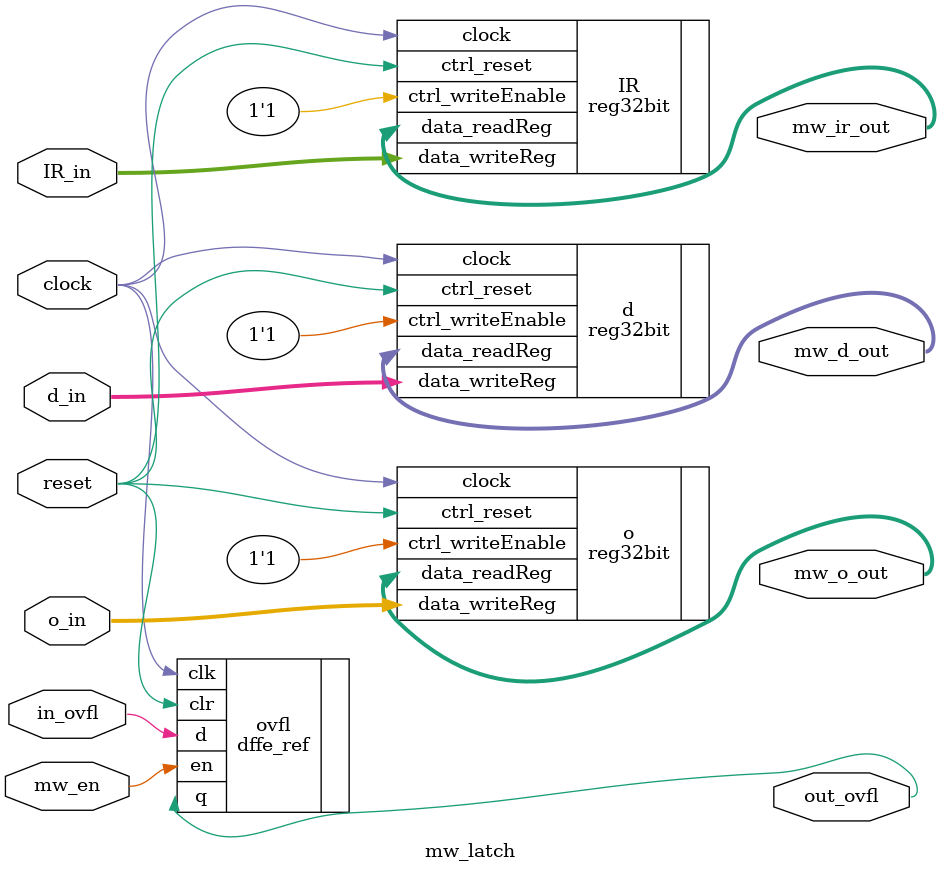
<source format=v>
module mw_latch(
    input [31:0] o_in, d_in, IR_in,
    input clock, reset, mw_en, in_ovfl,
    output[31:0] mw_o_out, mw_d_out, mw_ir_out,
    output out_ovfl
);

reg32bit o (
    .clock(clock),
    .ctrl_writeEnable(1'b1),
    .ctrl_reset(reset),
    .data_writeReg(o_in),
    .data_readReg(mw_o_out)
);

reg32bit d (
    .clock(clock),
    .ctrl_writeEnable(1'b1),
    .ctrl_reset(reset),
    .data_writeReg(d_in),
    .data_readReg(mw_d_out)
);

reg32bit IR (
    .clock(clock),
    .ctrl_writeEnable(1'b1),
    .ctrl_reset(reset),
    .data_writeReg(IR_in),
    .data_readReg(mw_ir_out)
);

dffe_ref ovfl(
    .q(out_ovfl),
    .d(in_ovfl),
    .clk(clock),
    .en(mw_en),
    .clr(reset)
);

endmodule
</source>
